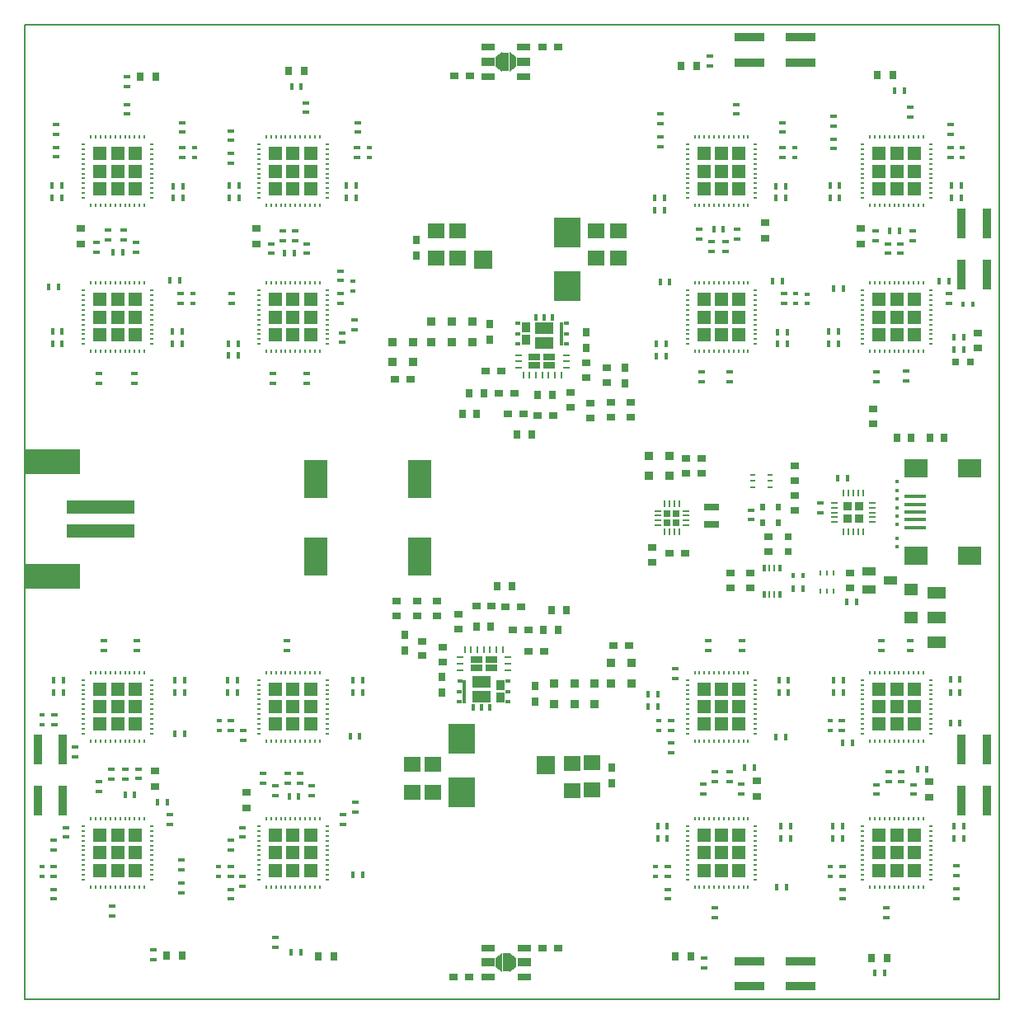
<source format=gtp>
G04 (created by PCBNEW (2013-05-16 BZR 4016)-stable) date 12. 1. 2014 16:41:27*
%MOIN*%
G04 Gerber Fmt 3.4, Leading zero omitted, Abs format*
%FSLAX34Y34*%
G01*
G70*
G90*
G04 APERTURE LIST*
%ADD10C,0.00590551*%
%ADD11R,0.0334646X0.0295276*%
%ADD12R,0.023622X0.0314961*%
%ADD13R,0.0688315X0.0609315*%
%ADD14R,0.0865315X0.0176315*%
%ADD15R,0.0964315X0.0767315*%
%ADD16R,0.0240157X0.00984252*%
%ADD17R,0.0767717X0.0480315*%
%ADD18R,0.0216315X0.0137315*%
%ADD19R,0.124016X0.0374016*%
%ADD20R,0.0374016X0.124016*%
%ADD21R,0.0176315X0.0098315*%
%ADD22R,0.0098315X0.0176315*%
%ADD23R,0.0570866X0.0570866*%
%ADD24R,0.0098315X0.0275315*%
%ADD25R,0.0275315X0.0098315*%
%ADD26R,0.0255906X0.0255906*%
%ADD27R,0.0098315X0.0255315*%
%ADD28R,0.0255315X0.0098315*%
%ADD29R,0.0216535X0.0149606*%
%ADD30R,0.0149606X0.0255906*%
%ADD31R,0.0452756X0.0255906*%
%ADD32R,0.075748X0.0468504*%
%ADD33R,0.0334646X0.0433071*%
%ADD34R,0.0129921X0.096063*%
%ADD35R,0.00984252X0.0240157*%
%ADD36R,0.0177165X0.0177165*%
%ADD37R,0.0137795X0.0275591*%
%ADD38R,0.00984252X0.0275591*%
%ADD39R,0.0531496X0.0374016*%
%ADD40R,0.0295276X0.0295276*%
%ADD41R,0.0531496X0.0492126*%
%ADD42R,0.0728346X0.0767717*%
%ADD43R,0.108268X0.120079*%
%ADD44R,0.0610236X0.0295276*%
%ADD45R,0.0295276X0.0374016*%
%ADD46R,0.0374016X0.0295276*%
%ADD47R,0.0964567X0.155512*%
%ADD48R,0.0295276X0.0334646*%
%ADD49R,0.0374016X0.0374016*%
%ADD50R,0.0334646X0.0255906*%
%ADD51R,0.0255906X0.0334646*%
%ADD52R,0.0255906X0.0177165*%
%ADD53R,0.0177165X0.0255906*%
%ADD54R,0.0216535X0.0177165*%
%ADD55R,0.0177165X0.0216535*%
%ADD56R,0.218504X0.102362*%
%ADD57R,0.273622X0.0531496*%
%ADD58R,0.00984252X0.0295276*%
%ADD59R,0.0295276X0.00984252*%
%ADD60R,0.0295315X0.00984252*%
%ADD61R,0.0571315X0.0256315*%
%ADD62R,0.0571315X0.0374315*%
%ADD63R,0.0295315X0.0767315*%
G04 APERTURE END LIST*
G54D10*
X38779Y-61023D02*
X78149Y-61023D01*
X78149Y-61023D02*
X78149Y-21653D01*
X78149Y-21653D02*
X38779Y-21653D01*
X38779Y-21653D02*
X38779Y-61023D01*
G54D11*
X59705Y-22550D03*
X60334Y-22550D03*
G54D12*
X69242Y-41151D03*
X68592Y-41151D03*
X69242Y-41761D03*
X68592Y-41761D03*
G54D13*
X56279Y-29960D03*
X56279Y-31062D03*
X55413Y-29960D03*
X55413Y-31062D03*
X61850Y-29980D03*
X61850Y-31082D03*
X62775Y-29980D03*
X62775Y-31082D03*
X60885Y-52607D03*
X60885Y-51505D03*
X61712Y-52587D03*
X61712Y-51485D03*
X55275Y-52657D03*
X55275Y-51555D03*
X54429Y-52657D03*
X54429Y-51555D03*
G54D14*
X74763Y-41338D03*
X74763Y-41652D03*
X74763Y-41967D03*
X74763Y-41024D03*
X74763Y-40709D03*
G54D15*
X74803Y-43089D03*
X74803Y-39587D03*
X76948Y-43089D03*
X76948Y-39587D03*
G54D16*
X68905Y-40334D03*
X68181Y-40078D03*
X68905Y-39822D03*
X68905Y-40078D03*
X68181Y-39822D03*
X68181Y-40334D03*
G54D17*
X75629Y-45610D03*
X75629Y-46614D03*
X75629Y-44606D03*
G54D18*
X70403Y-32539D03*
X70403Y-32893D03*
G54D19*
X68051Y-23159D03*
X68051Y-22155D03*
X70137Y-22155D03*
X70137Y-23159D03*
G54D20*
X76643Y-29665D03*
X77647Y-29665D03*
X77647Y-31751D03*
X76643Y-31751D03*
X76643Y-50925D03*
X77647Y-50925D03*
X77647Y-53011D03*
X76643Y-53011D03*
G54D19*
X70137Y-59517D03*
X70137Y-60521D03*
X68051Y-60521D03*
X68051Y-59517D03*
G54D21*
X43896Y-26477D03*
X43896Y-26674D03*
X43896Y-26871D03*
X43896Y-27067D03*
X43896Y-27264D03*
X43896Y-27461D03*
X43896Y-27657D03*
X43896Y-27854D03*
X43896Y-28051D03*
X43896Y-28247D03*
X43896Y-28444D03*
X43896Y-28641D03*
G54D22*
X43601Y-28936D03*
X43404Y-28936D03*
X43207Y-28936D03*
X43011Y-28936D03*
X42814Y-28936D03*
X42617Y-28936D03*
X42421Y-28936D03*
X42224Y-28936D03*
X42027Y-28936D03*
X41831Y-28936D03*
X41634Y-28936D03*
X41437Y-28936D03*
G54D21*
X41142Y-28641D03*
X41142Y-28444D03*
X41142Y-28247D03*
X41142Y-28051D03*
X41142Y-27854D03*
X41142Y-27657D03*
X41142Y-27461D03*
X41142Y-27264D03*
X41142Y-27067D03*
X41142Y-26871D03*
X41142Y-26674D03*
X41142Y-26477D03*
G54D22*
X41437Y-26182D03*
X41634Y-26182D03*
X41831Y-26182D03*
X42027Y-26182D03*
X42224Y-26182D03*
X42421Y-26182D03*
X42617Y-26182D03*
X42814Y-26182D03*
X43011Y-26182D03*
X43207Y-26182D03*
X43404Y-26182D03*
X43601Y-26182D03*
G54D23*
X41811Y-26850D03*
X42519Y-26850D03*
X43228Y-26850D03*
X41811Y-27559D03*
X42519Y-27559D03*
X43228Y-27559D03*
X41811Y-28267D03*
X42519Y-28267D03*
X43228Y-28267D03*
G54D21*
X43896Y-32382D03*
X43896Y-32579D03*
X43896Y-32776D03*
X43896Y-32972D03*
X43896Y-33169D03*
X43896Y-33366D03*
X43896Y-33562D03*
X43896Y-33759D03*
X43896Y-33956D03*
X43896Y-34152D03*
X43896Y-34349D03*
X43896Y-34546D03*
G54D22*
X43601Y-34841D03*
X43404Y-34841D03*
X43207Y-34841D03*
X43011Y-34841D03*
X42814Y-34841D03*
X42617Y-34841D03*
X42421Y-34841D03*
X42224Y-34841D03*
X42027Y-34841D03*
X41831Y-34841D03*
X41634Y-34841D03*
X41437Y-34841D03*
G54D21*
X41142Y-34546D03*
X41142Y-34349D03*
X41142Y-34152D03*
X41142Y-33956D03*
X41142Y-33759D03*
X41142Y-33562D03*
X41142Y-33366D03*
X41142Y-33169D03*
X41142Y-32972D03*
X41142Y-32776D03*
X41142Y-32579D03*
X41142Y-32382D03*
G54D22*
X41437Y-32087D03*
X41634Y-32087D03*
X41831Y-32087D03*
X42027Y-32087D03*
X42224Y-32087D03*
X42421Y-32087D03*
X42617Y-32087D03*
X42814Y-32087D03*
X43011Y-32087D03*
X43207Y-32087D03*
X43404Y-32087D03*
X43601Y-32087D03*
G54D23*
X41811Y-32755D03*
X42519Y-32755D03*
X43228Y-32755D03*
X41811Y-33464D03*
X42519Y-33464D03*
X43228Y-33464D03*
X41811Y-34173D03*
X42519Y-34173D03*
X43228Y-34173D03*
G54D21*
X50983Y-32382D03*
X50983Y-32579D03*
X50983Y-32776D03*
X50983Y-32972D03*
X50983Y-33169D03*
X50983Y-33366D03*
X50983Y-33562D03*
X50983Y-33759D03*
X50983Y-33956D03*
X50983Y-34152D03*
X50983Y-34349D03*
X50983Y-34546D03*
G54D22*
X50688Y-34841D03*
X50491Y-34841D03*
X50294Y-34841D03*
X50098Y-34841D03*
X49901Y-34841D03*
X49704Y-34841D03*
X49508Y-34841D03*
X49311Y-34841D03*
X49114Y-34841D03*
X48918Y-34841D03*
X48721Y-34841D03*
X48524Y-34841D03*
G54D21*
X48229Y-34546D03*
X48229Y-34349D03*
X48229Y-34152D03*
X48229Y-33956D03*
X48229Y-33759D03*
X48229Y-33562D03*
X48229Y-33366D03*
X48229Y-33169D03*
X48229Y-32972D03*
X48229Y-32776D03*
X48229Y-32579D03*
X48229Y-32382D03*
G54D22*
X48524Y-32087D03*
X48721Y-32087D03*
X48918Y-32087D03*
X49114Y-32087D03*
X49311Y-32087D03*
X49508Y-32087D03*
X49704Y-32087D03*
X49901Y-32087D03*
X50098Y-32087D03*
X50294Y-32087D03*
X50491Y-32087D03*
X50688Y-32087D03*
G54D23*
X48897Y-32755D03*
X49606Y-32755D03*
X50314Y-32755D03*
X48897Y-33464D03*
X49606Y-33464D03*
X50314Y-33464D03*
X48897Y-34173D03*
X49606Y-34173D03*
X50314Y-34173D03*
G54D21*
X50983Y-26477D03*
X50983Y-26674D03*
X50983Y-26871D03*
X50983Y-27067D03*
X50983Y-27264D03*
X50983Y-27461D03*
X50983Y-27657D03*
X50983Y-27854D03*
X50983Y-28051D03*
X50983Y-28247D03*
X50983Y-28444D03*
X50983Y-28641D03*
G54D22*
X50688Y-28936D03*
X50491Y-28936D03*
X50294Y-28936D03*
X50098Y-28936D03*
X49901Y-28936D03*
X49704Y-28936D03*
X49508Y-28936D03*
X49311Y-28936D03*
X49114Y-28936D03*
X48918Y-28936D03*
X48721Y-28936D03*
X48524Y-28936D03*
G54D21*
X48229Y-28641D03*
X48229Y-28444D03*
X48229Y-28247D03*
X48229Y-28051D03*
X48229Y-27854D03*
X48229Y-27657D03*
X48229Y-27461D03*
X48229Y-27264D03*
X48229Y-27067D03*
X48229Y-26871D03*
X48229Y-26674D03*
X48229Y-26477D03*
G54D22*
X48524Y-26182D03*
X48721Y-26182D03*
X48918Y-26182D03*
X49114Y-26182D03*
X49311Y-26182D03*
X49508Y-26182D03*
X49704Y-26182D03*
X49901Y-26182D03*
X50098Y-26182D03*
X50294Y-26182D03*
X50491Y-26182D03*
X50688Y-26182D03*
G54D23*
X48897Y-26850D03*
X49606Y-26850D03*
X50314Y-26850D03*
X48897Y-27559D03*
X49606Y-27559D03*
X50314Y-27559D03*
X48897Y-28267D03*
X49606Y-28267D03*
X50314Y-28267D03*
G54D21*
X41142Y-50294D03*
X41142Y-50097D03*
X41142Y-49900D03*
X41142Y-49704D03*
X41142Y-49507D03*
X41142Y-49310D03*
X41142Y-49114D03*
X41142Y-48917D03*
X41142Y-48720D03*
X41142Y-48524D03*
X41142Y-48327D03*
X41142Y-48130D03*
G54D22*
X41437Y-47835D03*
X41634Y-47835D03*
X41831Y-47835D03*
X42027Y-47835D03*
X42224Y-47835D03*
X42421Y-47835D03*
X42617Y-47835D03*
X42814Y-47835D03*
X43011Y-47835D03*
X43207Y-47835D03*
X43404Y-47835D03*
X43601Y-47835D03*
G54D21*
X43896Y-48130D03*
X43896Y-48327D03*
X43896Y-48524D03*
X43896Y-48720D03*
X43896Y-48917D03*
X43896Y-49114D03*
X43896Y-49310D03*
X43896Y-49507D03*
X43896Y-49704D03*
X43896Y-49900D03*
X43896Y-50097D03*
X43896Y-50294D03*
G54D22*
X43601Y-50589D03*
X43404Y-50589D03*
X43207Y-50589D03*
X43011Y-50589D03*
X42814Y-50589D03*
X42617Y-50589D03*
X42421Y-50589D03*
X42224Y-50589D03*
X42027Y-50589D03*
X41831Y-50589D03*
X41634Y-50589D03*
X41437Y-50589D03*
G54D23*
X43228Y-49921D03*
X42519Y-49921D03*
X41811Y-49921D03*
X43228Y-49212D03*
X42519Y-49212D03*
X41811Y-49212D03*
X43228Y-48503D03*
X42519Y-48503D03*
X41811Y-48503D03*
G54D21*
X41142Y-56200D03*
X41142Y-56003D03*
X41142Y-55806D03*
X41142Y-55610D03*
X41142Y-55413D03*
X41142Y-55216D03*
X41142Y-55020D03*
X41142Y-54823D03*
X41142Y-54626D03*
X41142Y-54430D03*
X41142Y-54233D03*
X41142Y-54036D03*
G54D22*
X41437Y-53741D03*
X41634Y-53741D03*
X41831Y-53741D03*
X42027Y-53741D03*
X42224Y-53741D03*
X42421Y-53741D03*
X42617Y-53741D03*
X42814Y-53741D03*
X43011Y-53741D03*
X43207Y-53741D03*
X43404Y-53741D03*
X43601Y-53741D03*
G54D21*
X43896Y-54036D03*
X43896Y-54233D03*
X43896Y-54430D03*
X43896Y-54626D03*
X43896Y-54823D03*
X43896Y-55020D03*
X43896Y-55216D03*
X43896Y-55413D03*
X43896Y-55610D03*
X43896Y-55806D03*
X43896Y-56003D03*
X43896Y-56200D03*
G54D22*
X43601Y-56495D03*
X43404Y-56495D03*
X43207Y-56495D03*
X43011Y-56495D03*
X42814Y-56495D03*
X42617Y-56495D03*
X42421Y-56495D03*
X42224Y-56495D03*
X42027Y-56495D03*
X41831Y-56495D03*
X41634Y-56495D03*
X41437Y-56495D03*
G54D23*
X43228Y-55826D03*
X42519Y-55826D03*
X41811Y-55826D03*
X43228Y-55118D03*
X42519Y-55118D03*
X41811Y-55118D03*
X43228Y-54409D03*
X42519Y-54409D03*
X41811Y-54409D03*
G54D21*
X48229Y-56200D03*
X48229Y-56003D03*
X48229Y-55806D03*
X48229Y-55610D03*
X48229Y-55413D03*
X48229Y-55216D03*
X48229Y-55020D03*
X48229Y-54823D03*
X48229Y-54626D03*
X48229Y-54430D03*
X48229Y-54233D03*
X48229Y-54036D03*
G54D22*
X48524Y-53741D03*
X48721Y-53741D03*
X48918Y-53741D03*
X49114Y-53741D03*
X49311Y-53741D03*
X49508Y-53741D03*
X49704Y-53741D03*
X49901Y-53741D03*
X50098Y-53741D03*
X50294Y-53741D03*
X50491Y-53741D03*
X50688Y-53741D03*
G54D21*
X50983Y-54036D03*
X50983Y-54233D03*
X50983Y-54430D03*
X50983Y-54626D03*
X50983Y-54823D03*
X50983Y-55020D03*
X50983Y-55216D03*
X50983Y-55413D03*
X50983Y-55610D03*
X50983Y-55806D03*
X50983Y-56003D03*
X50983Y-56200D03*
G54D22*
X50688Y-56495D03*
X50491Y-56495D03*
X50294Y-56495D03*
X50098Y-56495D03*
X49901Y-56495D03*
X49704Y-56495D03*
X49508Y-56495D03*
X49311Y-56495D03*
X49114Y-56495D03*
X48918Y-56495D03*
X48721Y-56495D03*
X48524Y-56495D03*
G54D23*
X50314Y-55826D03*
X49606Y-55826D03*
X48897Y-55826D03*
X50314Y-55118D03*
X49606Y-55118D03*
X48897Y-55118D03*
X50314Y-54409D03*
X49606Y-54409D03*
X48897Y-54409D03*
G54D21*
X48229Y-50294D03*
X48229Y-50097D03*
X48229Y-49900D03*
X48229Y-49704D03*
X48229Y-49507D03*
X48229Y-49310D03*
X48229Y-49114D03*
X48229Y-48917D03*
X48229Y-48720D03*
X48229Y-48524D03*
X48229Y-48327D03*
X48229Y-48130D03*
G54D22*
X48524Y-47835D03*
X48721Y-47835D03*
X48918Y-47835D03*
X49114Y-47835D03*
X49311Y-47835D03*
X49508Y-47835D03*
X49704Y-47835D03*
X49901Y-47835D03*
X50098Y-47835D03*
X50294Y-47835D03*
X50491Y-47835D03*
X50688Y-47835D03*
G54D21*
X50983Y-48130D03*
X50983Y-48327D03*
X50983Y-48524D03*
X50983Y-48720D03*
X50983Y-48917D03*
X50983Y-49114D03*
X50983Y-49310D03*
X50983Y-49507D03*
X50983Y-49704D03*
X50983Y-49900D03*
X50983Y-50097D03*
X50983Y-50294D03*
G54D22*
X50688Y-50589D03*
X50491Y-50589D03*
X50294Y-50589D03*
X50098Y-50589D03*
X49901Y-50589D03*
X49704Y-50589D03*
X49508Y-50589D03*
X49311Y-50589D03*
X49114Y-50589D03*
X48918Y-50589D03*
X48721Y-50589D03*
X48524Y-50589D03*
G54D23*
X50314Y-49921D03*
X49606Y-49921D03*
X48897Y-49921D03*
X50314Y-49212D03*
X49606Y-49212D03*
X48897Y-49212D03*
X50314Y-48503D03*
X49606Y-48503D03*
X48897Y-48503D03*
G54D21*
X65552Y-50294D03*
X65552Y-50097D03*
X65552Y-49900D03*
X65552Y-49704D03*
X65552Y-49507D03*
X65552Y-49310D03*
X65552Y-49114D03*
X65552Y-48917D03*
X65552Y-48720D03*
X65552Y-48524D03*
X65552Y-48327D03*
X65552Y-48130D03*
G54D22*
X65847Y-47835D03*
X66044Y-47835D03*
X66241Y-47835D03*
X66437Y-47835D03*
X66634Y-47835D03*
X66831Y-47835D03*
X67027Y-47835D03*
X67224Y-47835D03*
X67421Y-47835D03*
X67617Y-47835D03*
X67814Y-47835D03*
X68011Y-47835D03*
G54D21*
X68306Y-48130D03*
X68306Y-48327D03*
X68306Y-48524D03*
X68306Y-48720D03*
X68306Y-48917D03*
X68306Y-49114D03*
X68306Y-49310D03*
X68306Y-49507D03*
X68306Y-49704D03*
X68306Y-49900D03*
X68306Y-50097D03*
X68306Y-50294D03*
G54D22*
X68011Y-50589D03*
X67814Y-50589D03*
X67617Y-50589D03*
X67421Y-50589D03*
X67224Y-50589D03*
X67027Y-50589D03*
X66831Y-50589D03*
X66634Y-50589D03*
X66437Y-50589D03*
X66241Y-50589D03*
X66044Y-50589D03*
X65847Y-50589D03*
G54D23*
X67637Y-49921D03*
X66929Y-49921D03*
X66220Y-49921D03*
X67637Y-49212D03*
X66929Y-49212D03*
X66220Y-49212D03*
X67637Y-48503D03*
X66929Y-48503D03*
X66220Y-48503D03*
G54D21*
X65552Y-56200D03*
X65552Y-56003D03*
X65552Y-55806D03*
X65552Y-55610D03*
X65552Y-55413D03*
X65552Y-55216D03*
X65552Y-55020D03*
X65552Y-54823D03*
X65552Y-54626D03*
X65552Y-54430D03*
X65552Y-54233D03*
X65552Y-54036D03*
G54D22*
X65847Y-53741D03*
X66044Y-53741D03*
X66241Y-53741D03*
X66437Y-53741D03*
X66634Y-53741D03*
X66831Y-53741D03*
X67027Y-53741D03*
X67224Y-53741D03*
X67421Y-53741D03*
X67617Y-53741D03*
X67814Y-53741D03*
X68011Y-53741D03*
G54D21*
X68306Y-54036D03*
X68306Y-54233D03*
X68306Y-54430D03*
X68306Y-54626D03*
X68306Y-54823D03*
X68306Y-55020D03*
X68306Y-55216D03*
X68306Y-55413D03*
X68306Y-55610D03*
X68306Y-55806D03*
X68306Y-56003D03*
X68306Y-56200D03*
G54D22*
X68011Y-56495D03*
X67814Y-56495D03*
X67617Y-56495D03*
X67421Y-56495D03*
X67224Y-56495D03*
X67027Y-56495D03*
X66831Y-56495D03*
X66634Y-56495D03*
X66437Y-56495D03*
X66241Y-56495D03*
X66044Y-56495D03*
X65847Y-56495D03*
G54D23*
X67637Y-55826D03*
X66929Y-55826D03*
X66220Y-55826D03*
X67637Y-55118D03*
X66929Y-55118D03*
X66220Y-55118D03*
X67637Y-54409D03*
X66929Y-54409D03*
X66220Y-54409D03*
G54D21*
X72638Y-56200D03*
X72638Y-56003D03*
X72638Y-55806D03*
X72638Y-55610D03*
X72638Y-55413D03*
X72638Y-55216D03*
X72638Y-55020D03*
X72638Y-54823D03*
X72638Y-54626D03*
X72638Y-54430D03*
X72638Y-54233D03*
X72638Y-54036D03*
G54D22*
X72933Y-53741D03*
X73130Y-53741D03*
X73327Y-53741D03*
X73523Y-53741D03*
X73720Y-53741D03*
X73917Y-53741D03*
X74113Y-53741D03*
X74310Y-53741D03*
X74507Y-53741D03*
X74703Y-53741D03*
X74900Y-53741D03*
X75097Y-53741D03*
G54D21*
X75392Y-54036D03*
X75392Y-54233D03*
X75392Y-54430D03*
X75392Y-54626D03*
X75392Y-54823D03*
X75392Y-55020D03*
X75392Y-55216D03*
X75392Y-55413D03*
X75392Y-55610D03*
X75392Y-55806D03*
X75392Y-56003D03*
X75392Y-56200D03*
G54D22*
X75097Y-56495D03*
X74900Y-56495D03*
X74703Y-56495D03*
X74507Y-56495D03*
X74310Y-56495D03*
X74113Y-56495D03*
X73917Y-56495D03*
X73720Y-56495D03*
X73523Y-56495D03*
X73327Y-56495D03*
X73130Y-56495D03*
X72933Y-56495D03*
G54D23*
X74724Y-55826D03*
X74015Y-55826D03*
X73307Y-55826D03*
X74724Y-55118D03*
X74015Y-55118D03*
X73307Y-55118D03*
X74724Y-54409D03*
X74015Y-54409D03*
X73307Y-54409D03*
G54D21*
X72638Y-50294D03*
X72638Y-50097D03*
X72638Y-49900D03*
X72638Y-49704D03*
X72638Y-49507D03*
X72638Y-49310D03*
X72638Y-49114D03*
X72638Y-48917D03*
X72638Y-48720D03*
X72638Y-48524D03*
X72638Y-48327D03*
X72638Y-48130D03*
G54D22*
X72933Y-47835D03*
X73130Y-47835D03*
X73327Y-47835D03*
X73523Y-47835D03*
X73720Y-47835D03*
X73917Y-47835D03*
X74113Y-47835D03*
X74310Y-47835D03*
X74507Y-47835D03*
X74703Y-47835D03*
X74900Y-47835D03*
X75097Y-47835D03*
G54D21*
X75392Y-48130D03*
X75392Y-48327D03*
X75392Y-48524D03*
X75392Y-48720D03*
X75392Y-48917D03*
X75392Y-49114D03*
X75392Y-49310D03*
X75392Y-49507D03*
X75392Y-49704D03*
X75392Y-49900D03*
X75392Y-50097D03*
X75392Y-50294D03*
G54D22*
X75097Y-50589D03*
X74900Y-50589D03*
X74703Y-50589D03*
X74507Y-50589D03*
X74310Y-50589D03*
X74113Y-50589D03*
X73917Y-50589D03*
X73720Y-50589D03*
X73523Y-50589D03*
X73327Y-50589D03*
X73130Y-50589D03*
X72933Y-50589D03*
G54D23*
X74724Y-49921D03*
X74015Y-49921D03*
X73307Y-49921D03*
X74724Y-49212D03*
X74015Y-49212D03*
X73307Y-49212D03*
X74724Y-48503D03*
X74015Y-48503D03*
X73307Y-48503D03*
G54D21*
X75392Y-32382D03*
X75392Y-32579D03*
X75392Y-32776D03*
X75392Y-32972D03*
X75392Y-33169D03*
X75392Y-33366D03*
X75392Y-33562D03*
X75392Y-33759D03*
X75392Y-33956D03*
X75392Y-34152D03*
X75392Y-34349D03*
X75392Y-34546D03*
G54D22*
X75097Y-34841D03*
X74900Y-34841D03*
X74703Y-34841D03*
X74507Y-34841D03*
X74310Y-34841D03*
X74113Y-34841D03*
X73917Y-34841D03*
X73720Y-34841D03*
X73523Y-34841D03*
X73327Y-34841D03*
X73130Y-34841D03*
X72933Y-34841D03*
G54D21*
X72638Y-34546D03*
X72638Y-34349D03*
X72638Y-34152D03*
X72638Y-33956D03*
X72638Y-33759D03*
X72638Y-33562D03*
X72638Y-33366D03*
X72638Y-33169D03*
X72638Y-32972D03*
X72638Y-32776D03*
X72638Y-32579D03*
X72638Y-32382D03*
G54D22*
X72933Y-32087D03*
X73130Y-32087D03*
X73327Y-32087D03*
X73523Y-32087D03*
X73720Y-32087D03*
X73917Y-32087D03*
X74113Y-32087D03*
X74310Y-32087D03*
X74507Y-32087D03*
X74703Y-32087D03*
X74900Y-32087D03*
X75097Y-32087D03*
G54D23*
X73307Y-32755D03*
X74015Y-32755D03*
X74724Y-32755D03*
X73307Y-33464D03*
X74015Y-33464D03*
X74724Y-33464D03*
X73307Y-34173D03*
X74015Y-34173D03*
X74724Y-34173D03*
G54D21*
X75392Y-26477D03*
X75392Y-26674D03*
X75392Y-26871D03*
X75392Y-27067D03*
X75392Y-27264D03*
X75392Y-27461D03*
X75392Y-27657D03*
X75392Y-27854D03*
X75392Y-28051D03*
X75392Y-28247D03*
X75392Y-28444D03*
X75392Y-28641D03*
G54D22*
X75097Y-28936D03*
X74900Y-28936D03*
X74703Y-28936D03*
X74507Y-28936D03*
X74310Y-28936D03*
X74113Y-28936D03*
X73917Y-28936D03*
X73720Y-28936D03*
X73523Y-28936D03*
X73327Y-28936D03*
X73130Y-28936D03*
X72933Y-28936D03*
G54D21*
X72638Y-28641D03*
X72638Y-28444D03*
X72638Y-28247D03*
X72638Y-28051D03*
X72638Y-27854D03*
X72638Y-27657D03*
X72638Y-27461D03*
X72638Y-27264D03*
X72638Y-27067D03*
X72638Y-26871D03*
X72638Y-26674D03*
X72638Y-26477D03*
G54D22*
X72933Y-26182D03*
X73130Y-26182D03*
X73327Y-26182D03*
X73523Y-26182D03*
X73720Y-26182D03*
X73917Y-26182D03*
X74113Y-26182D03*
X74310Y-26182D03*
X74507Y-26182D03*
X74703Y-26182D03*
X74900Y-26182D03*
X75097Y-26182D03*
G54D23*
X73307Y-26850D03*
X74015Y-26850D03*
X74724Y-26850D03*
X73307Y-27559D03*
X74015Y-27559D03*
X74724Y-27559D03*
X73307Y-28267D03*
X74015Y-28267D03*
X74724Y-28267D03*
G54D21*
X68306Y-26477D03*
X68306Y-26674D03*
X68306Y-26871D03*
X68306Y-27067D03*
X68306Y-27264D03*
X68306Y-27461D03*
X68306Y-27657D03*
X68306Y-27854D03*
X68306Y-28051D03*
X68306Y-28247D03*
X68306Y-28444D03*
X68306Y-28641D03*
G54D22*
X68011Y-28936D03*
X67814Y-28936D03*
X67617Y-28936D03*
X67421Y-28936D03*
X67224Y-28936D03*
X67027Y-28936D03*
X66831Y-28936D03*
X66634Y-28936D03*
X66437Y-28936D03*
X66241Y-28936D03*
X66044Y-28936D03*
X65847Y-28936D03*
G54D21*
X65552Y-28641D03*
X65552Y-28444D03*
X65552Y-28247D03*
X65552Y-28051D03*
X65552Y-27854D03*
X65552Y-27657D03*
X65552Y-27461D03*
X65552Y-27264D03*
X65552Y-27067D03*
X65552Y-26871D03*
X65552Y-26674D03*
X65552Y-26477D03*
G54D22*
X65847Y-26182D03*
X66044Y-26182D03*
X66241Y-26182D03*
X66437Y-26182D03*
X66634Y-26182D03*
X66831Y-26182D03*
X67027Y-26182D03*
X67224Y-26182D03*
X67421Y-26182D03*
X67617Y-26182D03*
X67814Y-26182D03*
X68011Y-26182D03*
G54D23*
X66220Y-26850D03*
X66929Y-26850D03*
X67637Y-26850D03*
X66220Y-27559D03*
X66929Y-27559D03*
X67637Y-27559D03*
X66220Y-28267D03*
X66929Y-28267D03*
X67637Y-28267D03*
G54D21*
X68306Y-32382D03*
X68306Y-32579D03*
X68306Y-32776D03*
X68306Y-32972D03*
X68306Y-33169D03*
X68306Y-33366D03*
X68306Y-33562D03*
X68306Y-33759D03*
X68306Y-33956D03*
X68306Y-34152D03*
X68306Y-34349D03*
X68306Y-34546D03*
G54D22*
X68011Y-34841D03*
X67814Y-34841D03*
X67617Y-34841D03*
X67421Y-34841D03*
X67224Y-34841D03*
X67027Y-34841D03*
X66831Y-34841D03*
X66634Y-34841D03*
X66437Y-34841D03*
X66241Y-34841D03*
X66044Y-34841D03*
X65847Y-34841D03*
G54D21*
X65552Y-34546D03*
X65552Y-34349D03*
X65552Y-34152D03*
X65552Y-33956D03*
X65552Y-33759D03*
X65552Y-33562D03*
X65552Y-33366D03*
X65552Y-33169D03*
X65552Y-32972D03*
X65552Y-32776D03*
X65552Y-32579D03*
X65552Y-32382D03*
G54D22*
X65847Y-32087D03*
X66044Y-32087D03*
X66241Y-32087D03*
X66437Y-32087D03*
X66634Y-32087D03*
X66831Y-32087D03*
X67027Y-32087D03*
X67224Y-32087D03*
X67421Y-32087D03*
X67617Y-32087D03*
X67814Y-32087D03*
X68011Y-32087D03*
G54D23*
X66220Y-32755D03*
X66929Y-32755D03*
X67637Y-32755D03*
X66220Y-33464D03*
X66929Y-33464D03*
X67637Y-33464D03*
X66220Y-34173D03*
X66929Y-34173D03*
X67637Y-34173D03*
G54D24*
X65214Y-41015D03*
X65017Y-41015D03*
X64821Y-41015D03*
X64624Y-41015D03*
G54D25*
X64349Y-41290D03*
X64349Y-41487D03*
X64349Y-41683D03*
X64349Y-41880D03*
G54D24*
X64624Y-42155D03*
X64821Y-42155D03*
X65017Y-42155D03*
X65214Y-42155D03*
G54D25*
X65489Y-41880D03*
X65489Y-41683D03*
X65489Y-41487D03*
X65489Y-41290D03*
G54D26*
X65096Y-41408D03*
X65096Y-41763D03*
X64742Y-41408D03*
X64742Y-41763D03*
G54D27*
X58917Y-35816D03*
X59173Y-35816D03*
X59429Y-35816D03*
X59685Y-35816D03*
X59940Y-35816D03*
X60196Y-35816D03*
X60452Y-35816D03*
G54D28*
X60649Y-35501D03*
X60649Y-35245D03*
X60649Y-34989D03*
X58721Y-35501D03*
X58721Y-35245D03*
X58721Y-34989D03*
G54D29*
X58700Y-33710D03*
X58700Y-34123D03*
X58700Y-34536D03*
X60669Y-33710D03*
X60669Y-34123D03*
X60659Y-34536D03*
G54D30*
X59773Y-33483D03*
X59438Y-33483D03*
X60108Y-33483D03*
G54D31*
X59960Y-35078D03*
X59370Y-35078D03*
X59370Y-35412D03*
X59960Y-35412D03*
G54D32*
X59773Y-34517D03*
X59773Y-33906D03*
G54D33*
X59025Y-34379D03*
X59025Y-33867D03*
G54D34*
X60472Y-34123D03*
G54D27*
X58089Y-46902D03*
X57833Y-46902D03*
X57577Y-46902D03*
X57322Y-46902D03*
X57066Y-46902D03*
X56810Y-46902D03*
X56554Y-46902D03*
G54D28*
X56358Y-47218D03*
X56358Y-47474D03*
X56358Y-47730D03*
X58286Y-47218D03*
X58286Y-47474D03*
X58286Y-47730D03*
G54D29*
X58306Y-49008D03*
X58306Y-48595D03*
X58306Y-48182D03*
X56337Y-49008D03*
X56337Y-48595D03*
X56347Y-48182D03*
G54D30*
X57233Y-49235D03*
X57568Y-49235D03*
X56898Y-49235D03*
G54D31*
X57046Y-47640D03*
X57636Y-47640D03*
X57636Y-47306D03*
X57046Y-47306D03*
G54D32*
X57233Y-48201D03*
X57233Y-48812D03*
G54D33*
X57981Y-48339D03*
X57981Y-48851D03*
G54D34*
X56534Y-48595D03*
G54D20*
X40285Y-53011D03*
X39281Y-53011D03*
X39281Y-50925D03*
X40285Y-50925D03*
G54D35*
X70944Y-44545D03*
X71200Y-43820D03*
X71456Y-44545D03*
X71200Y-44545D03*
X71456Y-43820D03*
X70944Y-43820D03*
G54D36*
X74025Y-41496D03*
X74025Y-41850D03*
X74025Y-40807D03*
X74025Y-41161D03*
X74035Y-42401D03*
X74035Y-42755D03*
X74025Y-40118D03*
X74025Y-40472D03*
G54D37*
X69291Y-44685D03*
X68661Y-44685D03*
G54D38*
X68877Y-44685D03*
X69074Y-44685D03*
X69074Y-43602D03*
X68877Y-43602D03*
G54D37*
X68661Y-43602D03*
X69291Y-43602D03*
G54D39*
X72883Y-43740D03*
X72883Y-44488D03*
X73750Y-44104D03*
G54D40*
X69616Y-42352D03*
X69616Y-42942D03*
X76407Y-35275D03*
X76998Y-35275D03*
G54D41*
X74596Y-45600D03*
X74596Y-44458D03*
G54D42*
X57290Y-31123D03*
G54D43*
X60696Y-32205D03*
X60696Y-30040D03*
G54D42*
X59838Y-51588D03*
G54D43*
X56432Y-50505D03*
X56432Y-52670D03*
G54D44*
X66525Y-41840D03*
X66525Y-41131D03*
G54D45*
X44074Y-23740D03*
X43444Y-23740D03*
X50068Y-23494D03*
X49438Y-23494D03*
G54D46*
X48139Y-29881D03*
X48139Y-30511D03*
X41023Y-29862D03*
X41023Y-30492D03*
X44015Y-52431D03*
X44015Y-51801D03*
X47746Y-53307D03*
X47746Y-52677D03*
G54D45*
X45127Y-59261D03*
X44498Y-59261D03*
X51259Y-59320D03*
X50629Y-59320D03*
X65078Y-59301D03*
X65708Y-59301D03*
X73011Y-59360D03*
X73641Y-59360D03*
G54D46*
X68366Y-52844D03*
X68366Y-52214D03*
X75324Y-52874D03*
X75324Y-52244D03*
X68681Y-29645D03*
X68681Y-30275D03*
X72559Y-29862D03*
X72559Y-30492D03*
G54D45*
X65285Y-23307D03*
X65915Y-23307D03*
X73238Y-23661D03*
X73868Y-23661D03*
G54D47*
X50515Y-43141D03*
X50515Y-39992D03*
X54736Y-43141D03*
X54736Y-39992D03*
G54D48*
X59409Y-49015D03*
X59409Y-48385D03*
X57559Y-34370D03*
X57559Y-33740D03*
G54D11*
X53740Y-35984D03*
X54370Y-35984D03*
X56764Y-23720D03*
X56135Y-23720D03*
X56724Y-60145D03*
X56095Y-60145D03*
X59705Y-58960D03*
X60334Y-58960D03*
X66122Y-39173D03*
X65492Y-39173D03*
X66122Y-39783D03*
X65492Y-39783D03*
X64842Y-43011D03*
X65472Y-43011D03*
X58204Y-45159D03*
X58833Y-45159D03*
X57644Y-45151D03*
X57015Y-45151D03*
G54D48*
X54114Y-46929D03*
X54114Y-46299D03*
X62500Y-52293D03*
X62500Y-51663D03*
G54D11*
X59118Y-46985D03*
X59747Y-46985D03*
X62559Y-46732D03*
X63188Y-46732D03*
X58507Y-46103D03*
X59136Y-46103D03*
G54D48*
X55645Y-48017D03*
X55645Y-48646D03*
G54D11*
X58936Y-37375D03*
X58307Y-37375D03*
X59511Y-37422D03*
X60140Y-37422D03*
G54D48*
X63031Y-35511D03*
X63031Y-36141D03*
X54606Y-30354D03*
X54606Y-30984D03*
G54D11*
X58038Y-35635D03*
X57409Y-35635D03*
X58573Y-36548D03*
X57944Y-36548D03*
G54D48*
X61464Y-34713D03*
X61464Y-34084D03*
G54D49*
X63996Y-39881D03*
X64822Y-39881D03*
X63996Y-39074D03*
X64822Y-39074D03*
X60157Y-48287D03*
X60157Y-49114D03*
X60984Y-48287D03*
X60984Y-49114D03*
X61811Y-48287D03*
X61811Y-49114D03*
X62460Y-48267D03*
X63287Y-48267D03*
X62460Y-47440D03*
X63287Y-47440D03*
X56850Y-34468D03*
X56850Y-33641D03*
X56023Y-34468D03*
X56023Y-33641D03*
X55196Y-34468D03*
X55196Y-33641D03*
X54468Y-34488D03*
X53641Y-34488D03*
X54468Y-35275D03*
X53641Y-35275D03*
G54D50*
X68110Y-43818D03*
X68110Y-44409D03*
X67312Y-43818D03*
X67312Y-44409D03*
X72145Y-43799D03*
X72145Y-44389D03*
X68818Y-42942D03*
X68818Y-42352D03*
X77283Y-34704D03*
X77283Y-34114D03*
X73051Y-37185D03*
X73051Y-37775D03*
G54D51*
X75354Y-38346D03*
X75944Y-38346D03*
X74606Y-38346D03*
X74015Y-38346D03*
G54D50*
X69911Y-39468D03*
X69911Y-40059D03*
X69911Y-40669D03*
X69911Y-41259D03*
X64133Y-42775D03*
X64133Y-43366D03*
X56303Y-45477D03*
X56303Y-46068D03*
X54830Y-47154D03*
X54830Y-46563D03*
X54633Y-45540D03*
X54633Y-44949D03*
G54D51*
X57857Y-44340D03*
X58448Y-44340D03*
G54D50*
X53811Y-44945D03*
X53811Y-45536D03*
X55440Y-45540D03*
X55440Y-44949D03*
X55653Y-46815D03*
X55653Y-47406D03*
G54D51*
X60062Y-45304D03*
X60653Y-45304D03*
X59723Y-46103D03*
X60314Y-46103D03*
X57606Y-45970D03*
X57015Y-45970D03*
G54D50*
X60834Y-37095D03*
X60834Y-36504D03*
X62307Y-35516D03*
X62307Y-36107D03*
X62464Y-36914D03*
X62464Y-37505D03*
G54D51*
X59259Y-38194D03*
X58668Y-38194D03*
G54D50*
X63267Y-37509D03*
X63267Y-36918D03*
X61645Y-36945D03*
X61645Y-37536D03*
X61456Y-35902D03*
X61456Y-35311D03*
G54D51*
X57043Y-37375D03*
X56452Y-37375D03*
X57322Y-36548D03*
X56731Y-36548D03*
X59503Y-36596D03*
X60094Y-36596D03*
G54D52*
X70930Y-40963D03*
X70930Y-41356D03*
G54D53*
X71988Y-44970D03*
X72381Y-44970D03*
X69832Y-44429D03*
X70226Y-44429D03*
G54D52*
X43366Y-51722D03*
X43366Y-52116D03*
G54D53*
X49448Y-52834D03*
X49842Y-52834D03*
G54D52*
X43966Y-59045D03*
X43966Y-59438D03*
G54D53*
X49931Y-59124D03*
X49537Y-59124D03*
X68248Y-51673D03*
X67854Y-51673D03*
X75246Y-51732D03*
X74852Y-51732D03*
G54D52*
X66220Y-59370D03*
X66220Y-59763D03*
G54D53*
X73523Y-59980D03*
X73129Y-59980D03*
X73740Y-29960D03*
X74133Y-29960D03*
X67007Y-29901D03*
X66614Y-29901D03*
X73946Y-24301D03*
X74340Y-24301D03*
G54D52*
X66456Y-23297D03*
X66456Y-22903D03*
G54D53*
X49665Y-30885D03*
X49271Y-30885D03*
X42342Y-30846D03*
X42736Y-30846D03*
X49547Y-24153D03*
X49940Y-24153D03*
G54D52*
X42913Y-23740D03*
X42913Y-24133D03*
X68129Y-41259D03*
X68129Y-41653D03*
G54D53*
X71633Y-39970D03*
X72026Y-39970D03*
G54D52*
X41948Y-46948D03*
X41948Y-46555D03*
X40797Y-50846D03*
X40797Y-51240D03*
G54D53*
X40314Y-48622D03*
X39921Y-48622D03*
X43208Y-52785D03*
X42814Y-52785D03*
X44842Y-48622D03*
X45236Y-48622D03*
X44842Y-50295D03*
X45236Y-50295D03*
G54D52*
X42834Y-51732D03*
X42834Y-52125D03*
X42263Y-51732D03*
X42263Y-52125D03*
X39970Y-49537D03*
X39970Y-49931D03*
G54D53*
X40314Y-48129D03*
X39921Y-48129D03*
X44842Y-48129D03*
X45236Y-48129D03*
X51919Y-50403D03*
X52312Y-50403D03*
X47362Y-48622D03*
X46968Y-48622D03*
G54D52*
X48405Y-51919D03*
X48405Y-52312D03*
X49350Y-46948D03*
X49350Y-46555D03*
G54D53*
X52027Y-48622D03*
X52421Y-48622D03*
G54D52*
X47598Y-50177D03*
X47598Y-50570D03*
X49881Y-51909D03*
X49881Y-52303D03*
X49389Y-51909D03*
X49389Y-52303D03*
X47106Y-49763D03*
X47106Y-50157D03*
G54D53*
X47362Y-48129D03*
X46968Y-48129D03*
X52027Y-48129D03*
X52421Y-48129D03*
G54D52*
X42283Y-57273D03*
X42283Y-57667D03*
X39940Y-56988D03*
X39940Y-56594D03*
X39940Y-55000D03*
X39940Y-54606D03*
X41771Y-52637D03*
X41771Y-52244D03*
G54D53*
X44124Y-53080D03*
X44517Y-53080D03*
G54D52*
X43287Y-46948D03*
X43287Y-46555D03*
X45098Y-56732D03*
X45098Y-56338D03*
X45098Y-55413D03*
X45098Y-55807D03*
X39940Y-55669D03*
X39940Y-56062D03*
X40433Y-54094D03*
X40433Y-54488D03*
X44622Y-53976D03*
X44622Y-53582D03*
G54D53*
X52037Y-56013D03*
X52431Y-56013D03*
G54D52*
X47086Y-56988D03*
X47086Y-56594D03*
X47086Y-55000D03*
X47086Y-54606D03*
X50374Y-52814D03*
X50374Y-52421D03*
X52125Y-53070D03*
X52125Y-53464D03*
X47578Y-56082D03*
X47578Y-56476D03*
X48897Y-52814D03*
X48897Y-52421D03*
X48887Y-58553D03*
X48887Y-58946D03*
X47086Y-55669D03*
X47086Y-56062D03*
X47578Y-54094D03*
X47578Y-54488D03*
X51633Y-53976D03*
X51633Y-53582D03*
X67736Y-52736D03*
X67736Y-52342D03*
G54D53*
X64350Y-48720D03*
X63956Y-48720D03*
G54D52*
X67775Y-46948D03*
X67775Y-46555D03*
X66397Y-46948D03*
X66397Y-46555D03*
G54D53*
X69251Y-48622D03*
X69645Y-48622D03*
G54D52*
X64901Y-51082D03*
X64901Y-50688D03*
X67263Y-51830D03*
X67263Y-52224D03*
X66673Y-51830D03*
X66673Y-52224D03*
X64901Y-49763D03*
X64901Y-50157D03*
X65078Y-48070D03*
X65078Y-47677D03*
G54D53*
X69251Y-48129D03*
X69645Y-48129D03*
G54D52*
X74704Y-52755D03*
X74704Y-52362D03*
X74547Y-46929D03*
X74547Y-46535D03*
G54D53*
X71850Y-48622D03*
X71456Y-48622D03*
G54D52*
X73405Y-46929D03*
X73405Y-46535D03*
G54D53*
X76181Y-48622D03*
X76574Y-48622D03*
X72234Y-50669D03*
X71840Y-50669D03*
G54D52*
X74212Y-51850D03*
X74212Y-52244D03*
X73700Y-51850D03*
X73700Y-52244D03*
X71811Y-49763D03*
X71811Y-50157D03*
G54D53*
X71850Y-48129D03*
X71456Y-48129D03*
X76181Y-48110D03*
X76574Y-48110D03*
X69163Y-56505D03*
X69557Y-56505D03*
X64350Y-49212D03*
X63956Y-49212D03*
X64744Y-54527D03*
X64350Y-54527D03*
G54D52*
X66181Y-52736D03*
X66181Y-52342D03*
G54D53*
X69330Y-54527D03*
X69724Y-54527D03*
G54D52*
X64763Y-56988D03*
X64763Y-56594D03*
G54D53*
X69143Y-50442D03*
X69537Y-50442D03*
G54D52*
X66649Y-57334D03*
X66649Y-57728D03*
X64763Y-55669D03*
X64763Y-56062D03*
G54D53*
X64744Y-54035D03*
X64350Y-54035D03*
X69330Y-54035D03*
X69724Y-54035D03*
G54D52*
X73610Y-57350D03*
X73610Y-57744D03*
X76417Y-56968D03*
X76417Y-56574D03*
G54D53*
X71830Y-54527D03*
X71437Y-54527D03*
G54D52*
X73208Y-52755D03*
X73208Y-52362D03*
G54D53*
X76338Y-54527D03*
X76732Y-54527D03*
G54D52*
X71830Y-56988D03*
X71830Y-56594D03*
X76417Y-55629D03*
X76417Y-56023D03*
G54D53*
X76181Y-49881D03*
X76574Y-49881D03*
G54D52*
X71830Y-55669D03*
X71830Y-56062D03*
G54D53*
X71830Y-54035D03*
X71437Y-54035D03*
X76338Y-54035D03*
X76732Y-54035D03*
G54D52*
X73188Y-35669D03*
X73188Y-36062D03*
G54D53*
X76338Y-34281D03*
X76732Y-34281D03*
G54D52*
X67263Y-35673D03*
X67263Y-36066D03*
X74397Y-35653D03*
X74397Y-36047D03*
G54D53*
X71653Y-34055D03*
X71259Y-34055D03*
G54D52*
X73661Y-30885D03*
X73661Y-30492D03*
X74173Y-30885D03*
X74173Y-30492D03*
G54D53*
X75728Y-32007D03*
X76122Y-32007D03*
G54D52*
X76141Y-32893D03*
X76141Y-32500D03*
G54D53*
X76338Y-34763D03*
X76732Y-34763D03*
X71653Y-34547D03*
X71259Y-34547D03*
X69192Y-34074D03*
X69586Y-34074D03*
X64842Y-32047D03*
X64448Y-32047D03*
G54D52*
X66043Y-29901D03*
X66043Y-30295D03*
G54D53*
X68996Y-32007D03*
X69389Y-32007D03*
X64685Y-35039D03*
X64291Y-35039D03*
G54D52*
X66122Y-35669D03*
X66122Y-36062D03*
X67086Y-30807D03*
X67086Y-30413D03*
X66535Y-30807D03*
X66535Y-30413D03*
X69448Y-32913D03*
X69448Y-32519D03*
G54D53*
X69192Y-34547D03*
X69586Y-34547D03*
X64685Y-34547D03*
X64291Y-34547D03*
G54D52*
X71456Y-26653D03*
X71456Y-26259D03*
X76181Y-25688D03*
X76181Y-26082D03*
G54D53*
X76240Y-28149D03*
X76633Y-28149D03*
G54D52*
X74665Y-29980D03*
X74665Y-30374D03*
G54D53*
X71712Y-28149D03*
X71318Y-28149D03*
G54D52*
X71456Y-25334D03*
X71456Y-25728D03*
X73169Y-29980D03*
X73169Y-30374D03*
X74551Y-25370D03*
X74551Y-24976D03*
X76181Y-27007D03*
X76181Y-26614D03*
G54D53*
X76240Y-28641D03*
X76633Y-28641D03*
X71712Y-28641D03*
X71318Y-28641D03*
G54D52*
X64468Y-25255D03*
X64468Y-25649D03*
G54D53*
X69133Y-28169D03*
X69527Y-28169D03*
G54D52*
X69409Y-25590D03*
X69409Y-25984D03*
X67578Y-29901D03*
X67578Y-30295D03*
G54D53*
X71860Y-32312D03*
X71466Y-32312D03*
X64625Y-29133D03*
X64232Y-29133D03*
G54D52*
X64468Y-26574D03*
X64468Y-26181D03*
X67519Y-25255D03*
X67519Y-24862D03*
X69389Y-27007D03*
X69389Y-26614D03*
G54D53*
X69133Y-28641D03*
X69527Y-28641D03*
X64625Y-28641D03*
X64232Y-28641D03*
G54D52*
X47125Y-32893D03*
X47125Y-32500D03*
X50177Y-30885D03*
X50177Y-30492D03*
X48740Y-30885D03*
X48740Y-30492D03*
X52086Y-33582D03*
X52086Y-33976D03*
X49192Y-29980D03*
X49192Y-30374D03*
X48799Y-35748D03*
X48799Y-36141D03*
G54D53*
X47401Y-35019D03*
X47007Y-35019D03*
G54D52*
X51535Y-31594D03*
X51535Y-31988D03*
X51535Y-32913D03*
X51535Y-32519D03*
X51594Y-34488D03*
X51594Y-34094D03*
G54D53*
X47401Y-34527D03*
X47007Y-34527D03*
G54D52*
X43208Y-35748D03*
X43208Y-36141D03*
X43259Y-30842D03*
X43259Y-30448D03*
X41653Y-30846D03*
X41653Y-30452D03*
G54D53*
X44744Y-34055D03*
X45137Y-34055D03*
G54D52*
X41771Y-35748D03*
X41771Y-36141D03*
G54D53*
X40275Y-34055D03*
X39881Y-34055D03*
X44645Y-31988D03*
X45039Y-31988D03*
X40127Y-32234D03*
X39734Y-32234D03*
G54D52*
X45059Y-32893D03*
X45059Y-32500D03*
G54D53*
X40275Y-34547D03*
X39881Y-34547D03*
X44744Y-34547D03*
X45137Y-34547D03*
G54D52*
X50137Y-25188D03*
X50137Y-24795D03*
X47106Y-27244D03*
X47106Y-26850D03*
X52224Y-25590D03*
X52224Y-25984D03*
X50149Y-35748D03*
X50149Y-36141D03*
G54D53*
X51771Y-28149D03*
X52165Y-28149D03*
G54D52*
X49685Y-29980D03*
X49685Y-30374D03*
X47106Y-25925D03*
X47106Y-26318D03*
G54D53*
X47421Y-28149D03*
X47027Y-28149D03*
G54D52*
X52204Y-27007D03*
X52204Y-26614D03*
G54D53*
X47421Y-28641D03*
X47027Y-28641D03*
X51771Y-28641D03*
X52165Y-28641D03*
G54D52*
X40039Y-26988D03*
X40039Y-26594D03*
X42145Y-29940D03*
X42145Y-30334D03*
X42775Y-29940D03*
X42775Y-30334D03*
G54D53*
X44763Y-28169D03*
X45157Y-28169D03*
G54D52*
X45137Y-25590D03*
X45137Y-25984D03*
G54D53*
X40255Y-28149D03*
X39862Y-28149D03*
G54D52*
X45137Y-27007D03*
X45137Y-26614D03*
G54D53*
X44763Y-28641D03*
X45157Y-28641D03*
G54D52*
X40039Y-25669D03*
X40039Y-26062D03*
X42905Y-25251D03*
X42905Y-24858D03*
G54D53*
X40255Y-28641D03*
X39862Y-28641D03*
G54D54*
X45629Y-27007D03*
X45629Y-26614D03*
X45551Y-32893D03*
X45551Y-32500D03*
X52027Y-32401D03*
X52027Y-32007D03*
X52696Y-27007D03*
X52696Y-26614D03*
X46614Y-49763D03*
X46614Y-50157D03*
X46594Y-55669D03*
X46594Y-56062D03*
X39448Y-55669D03*
X39448Y-56062D03*
X39478Y-49537D03*
X39478Y-49931D03*
G54D55*
X70216Y-43897D03*
X69822Y-43897D03*
G54D54*
X76673Y-27007D03*
X76673Y-26614D03*
G54D55*
X76692Y-32952D03*
X77086Y-32952D03*
G54D54*
X69921Y-32913D03*
X69921Y-32519D03*
X69881Y-27007D03*
X69881Y-26614D03*
X64409Y-49763D03*
X64409Y-50157D03*
X64271Y-55669D03*
X64271Y-56062D03*
X71338Y-55669D03*
X71338Y-56062D03*
X71318Y-49763D03*
X71318Y-50157D03*
G54D56*
X39911Y-43937D03*
X39911Y-39311D03*
G54D57*
X41840Y-41131D03*
X41840Y-42116D03*
G54D58*
X71870Y-42131D03*
X72066Y-42131D03*
X72263Y-42131D03*
X72460Y-42131D03*
X72657Y-42131D03*
G54D59*
X73037Y-41751D03*
X73037Y-41555D03*
X73037Y-41358D03*
X73037Y-41161D03*
X73037Y-40964D03*
G54D58*
X72657Y-40584D03*
X72460Y-40584D03*
X72263Y-40584D03*
X72066Y-40584D03*
X71870Y-40584D03*
G54D60*
X71490Y-40964D03*
X71490Y-41161D03*
X71490Y-41358D03*
X71490Y-41555D03*
X71490Y-41751D03*
G54D49*
X72017Y-41604D03*
X72017Y-41112D03*
X72509Y-41112D03*
X72509Y-41604D03*
G54D10*
G36*
X58358Y-22755D02*
X58633Y-22952D01*
X58633Y-23327D01*
X58358Y-23524D01*
X58358Y-22755D01*
X58358Y-22755D01*
G37*
G54D61*
X58939Y-22549D03*
X58939Y-23731D03*
X57481Y-22549D03*
G54D62*
X57481Y-23140D03*
G54D61*
X57481Y-23731D03*
G54D62*
X58939Y-23140D03*
G54D10*
G36*
X58061Y-23524D02*
X57786Y-23327D01*
X57786Y-22952D01*
X58061Y-22755D01*
X58061Y-23524D01*
X58061Y-23524D01*
G37*
G54D63*
X58210Y-23140D03*
G54D10*
G36*
X58071Y-59934D02*
X57796Y-59737D01*
X57796Y-59362D01*
X58071Y-59165D01*
X58071Y-59934D01*
X58071Y-59934D01*
G37*
G54D61*
X57491Y-60141D03*
X57491Y-58959D03*
X58949Y-60141D03*
G54D62*
X58949Y-59550D03*
G54D61*
X58949Y-58959D03*
G54D62*
X57491Y-59550D03*
G54D10*
G36*
X58368Y-59165D02*
X58643Y-59362D01*
X58643Y-59737D01*
X58368Y-59934D01*
X58368Y-59165D01*
X58368Y-59165D01*
G37*
G54D63*
X58220Y-59550D03*
M02*

</source>
